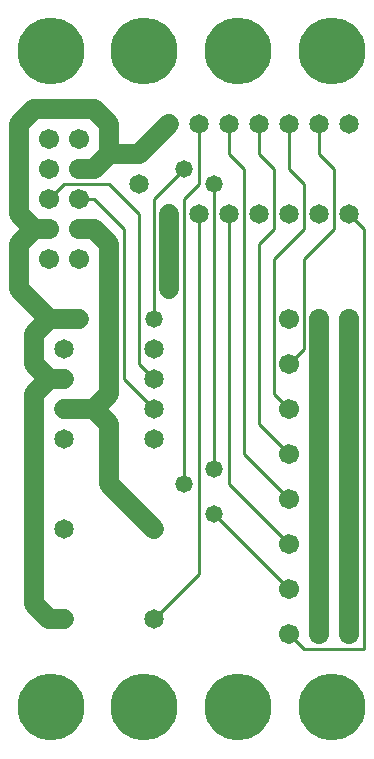
<source format=gtl>
%MOIN*%
%FSLAX25Y25*%
G04 D10 used for Character Trace; *
G04     Circle (OD=.01000) (No hole)*
G04 D11 used for Power Trace; *
G04     Circle (OD=.06500) (No hole)*
G04 D12 used for Signal Trace; *
G04     Circle (OD=.01100) (No hole)*
G04 D13 used for Via; *
G04     Circle (OD=.05800) (Round. Hole ID=.02800)*
G04 D14 used for Component hole; *
G04     Circle (OD=.06500) (Round. Hole ID=.03500)*
G04 D15 used for Component hole; *
G04     Circle (OD=.06700) (Round. Hole ID=.04300)*
G04 D16 used for Component hole; *
G04     Circle (OD=.08100) (Round. Hole ID=.05100)*
G04 D17 used for Component hole; *
G04     Circle (OD=.08900) (Round. Hole ID=.05900)*
G04 D18 used for Component hole; *
G04     Circle (OD=.11300) (Round. Hole ID=.08300)*
G04 D19 used for Component hole; *
G04     Circle (OD=.16000) (Round. Hole ID=.13000)*
G04 D20 used for Component hole; *
G04     Circle (OD=.18300) (Round. Hole ID=.15300)*
G04 D21 used for Component hole; *
G04     Circle (OD=.22291) (Round. Hole ID=.19291)*
%ADD10C,.01000*%
%ADD11C,.06500*%
%ADD12C,.01100*%
%ADD13C,.05800*%
%ADD14C,.06500*%
%ADD15C,.06700*%
%ADD16C,.08100*%
%ADD17C,.08900*%
%ADD18C,.11300*%
%ADD19C,.16000*%
%ADD20C,.18300*%
%ADD21C,.22291*%
%IPPOS*%
%LPD*%
G90*X0Y0D02*D21*X15625Y15625D03*D14*              
X20000Y45000D03*D11*X15000D01*X10000Y50000D01*    
Y120000D01*X15000Y125000D01*X20000D01*D14*D03*D11*
X15000D02*X10000Y130000D01*Y140000D01*            
X15000Y145000D01*X25000D01*D14*D03*               
X20000Y135000D03*X35000Y145000D03*D11*Y120000D01* 
X30000Y115000D01*X35000Y110000D01*Y90000D01*      
X50000Y75000D01*D14*D03*D12*Y45000D02*            
X65000Y60000D01*D14*X50000Y45000D03*D12*          
X65000Y60000D02*Y180000D01*D14*D03*D12*           
X60000Y90000D02*Y185000D01*D13*Y90000D03*         
X70000Y80000D03*D12*X95000Y55000D01*D15*D03*      
X105000D03*D11*Y40000D01*D15*D03*D12*             
X100000Y35000D02*X120000D01*Y175000D01*           
X115000Y180000D01*D14*D03*D12*X100000Y165000D02*  
X110000Y175000D01*X100000Y135000D02*Y165000D01*   
X95000Y130000D02*X100000Y135000D01*D15*           
X95000Y130000D03*D12*Y115000D02*X90000Y120000D01* 
D15*X95000Y115000D03*D12*X90000Y120000D02*        
Y165000D01*X100000Y175000D01*Y190000D01*          
X95000Y195000D01*Y210000D01*D14*D03*D12*          
X110000Y195000D02*X105000Y200000D01*              
X110000Y175000D02*Y195000D01*D14*                 
X105000Y180000D03*X95000D03*D12*X90000Y175000D02* 
Y195000D01*X85000Y170000D02*X90000Y175000D01*     
X85000Y110000D02*Y170000D01*X95000Y100000D02*     
X85000Y110000D01*D15*X95000Y100000D03*X105000D03* 
D11*Y85000D01*D15*D03*D11*Y70000D01*D15*D03*D11*  
Y55000D01*D15*X115000D03*D11*Y40000D01*D15*D03*   
D11*Y55000D02*Y70000D01*D15*D03*D11*Y85000D01*D15*
D03*D11*Y100000D01*D15*D03*D11*Y115000D01*D15*D03*
D11*Y130000D01*D15*D03*D11*Y145000D01*D15*D03*    
X105000D03*D11*Y130000D01*D15*D03*D11*Y115000D01* 
D15*D03*D11*Y100000D01*D15*X95000Y85000D03*D12*   
X80000Y100000D01*Y195000D01*X75000Y200000D01*     
Y210000D01*D14*D03*D12*X90000Y195000D02*          
X85000Y200000D01*Y210000D01*D14*D03*D12*          
X60000Y185000D02*X65000Y190000D01*Y210000D01*D14* 
D03*X55000D03*D11*X45000Y200000D01*D14*D03*D11*   
X35000D01*X30000Y195000D01*X25000D01*D15*D03*D12* 
X15000Y185000D02*X20000Y190000D01*D15*            
X15000Y185000D03*D12*X20000Y190000D02*X35000D01*  
X45000Y180000D01*Y130000D01*X50000Y125000D01*D14* 
D03*Y135000D03*D12*Y115000D02*X40000Y125000D01*   
D14*X50000Y115000D03*D12*X40000Y125000D02*        
Y175000D01*X30000Y185000D01*X25000D01*D15*D03*    
X15000Y195000D03*Y175000D03*D11*X10000D01*        
X5000Y170000D01*Y155000D01*X15000Y145000D01*D15*  
X25000Y165000D03*D11*X35000Y145000D02*Y170000D01* 
X30000Y175000D01*X25000D01*D15*D03*               
X15000Y165000D03*D11*X10000Y175000D02*            
X5000Y180000D01*Y210000D01*X10000Y215000D01*      
X30000D01*X35000Y210000D01*Y200000D01*D14*        
X45000Y190000D03*D15*X25000Y205000D03*D12*        
X50000Y145000D02*Y185000D01*D13*Y145000D03*       
X55000Y155000D03*D11*Y180000D01*D14*D03*D12*      
X50000Y185000D02*X60000Y195000D01*D13*D03*        
X70000Y190000D03*D12*Y95000D01*D13*D03*D12*       
X95000Y70000D02*X75000Y90000D01*D15*              
X95000Y70000D03*D12*X75000Y90000D02*Y180000D01*   
D14*D03*X85000D03*X105000Y210000D03*D12*          
Y200000D01*D14*X115000Y210000D03*D21*             
X109375Y234375D03*X78125D03*D15*X95000Y145000D03* 
D21*X46875Y234375D03*D14*X20000Y115000D03*D11*    
X30000D01*D14*X20000Y105000D03*X50000D03*         
X20000Y75000D03*D15*X95000Y40000D03*D12*          
X100000Y35000D01*D21*X78125Y15625D03*X109375D03*  
X46875D03*D15*X15000Y205000D03*D21*               
X15625Y234375D03*M02*                             

</source>
